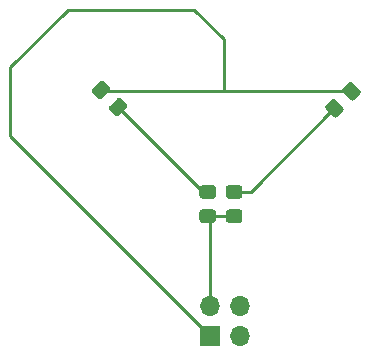
<source format=gbl>
G04 #@! TF.GenerationSoftware,KiCad,Pcbnew,5.1.6-c6e7f7d~87~ubuntu18.04.1*
G04 #@! TF.CreationDate,2020-07-20T20:37:32+02:00*
G04 #@! TF.ProjectId,cat-demo,6361742d-6465-46d6-9f2e-6b696361645f,rev?*
G04 #@! TF.SameCoordinates,Original*
G04 #@! TF.FileFunction,Copper,L2,Bot*
G04 #@! TF.FilePolarity,Positive*
%FSLAX46Y46*%
G04 Gerber Fmt 4.6, Leading zero omitted, Abs format (unit mm)*
G04 Created by KiCad (PCBNEW 5.1.6-c6e7f7d~87~ubuntu18.04.1) date 2020-07-20 20:37:32*
%MOMM*%
%LPD*%
G01*
G04 APERTURE LIST*
G04 #@! TA.AperFunction,ComponentPad*
%ADD10O,1.700000X1.700000*%
G04 #@! TD*
G04 #@! TA.AperFunction,ComponentPad*
%ADD11R,1.700000X1.700000*%
G04 #@! TD*
G04 #@! TA.AperFunction,Conductor*
%ADD12C,0.250000*%
G04 #@! TD*
G04 APERTURE END LIST*
G04 #@! TA.AperFunction,SMDPad,CuDef*
G36*
G01*
X131859999Y-83765000D02*
X132760001Y-83765000D01*
G75*
G02*
X133010000Y-84014999I0J-249999D01*
G01*
X133010000Y-84665001D01*
G75*
G02*
X132760001Y-84915000I-249999J0D01*
G01*
X131859999Y-84915000D01*
G75*
G02*
X131610000Y-84665001I0J249999D01*
G01*
X131610000Y-84014999D01*
G75*
G02*
X131859999Y-83765000I249999J0D01*
G01*
G37*
G04 #@! TD.AperFunction*
G04 #@! TA.AperFunction,SMDPad,CuDef*
G36*
G01*
X131859999Y-81715000D02*
X132760001Y-81715000D01*
G75*
G02*
X133010000Y-81964999I0J-249999D01*
G01*
X133010000Y-82615001D01*
G75*
G02*
X132760001Y-82865000I-249999J0D01*
G01*
X131859999Y-82865000D01*
G75*
G02*
X131610000Y-82615001I0J249999D01*
G01*
X131610000Y-81964999D01*
G75*
G02*
X131859999Y-81715000I249999J0D01*
G01*
G37*
G04 #@! TD.AperFunction*
G04 #@! TA.AperFunction,SMDPad,CuDef*
G36*
G01*
X129629999Y-83765000D02*
X130530001Y-83765000D01*
G75*
G02*
X130780000Y-84014999I0J-249999D01*
G01*
X130780000Y-84665001D01*
G75*
G02*
X130530001Y-84915000I-249999J0D01*
G01*
X129629999Y-84915000D01*
G75*
G02*
X129380000Y-84665001I0J249999D01*
G01*
X129380000Y-84014999D01*
G75*
G02*
X129629999Y-83765000I249999J0D01*
G01*
G37*
G04 #@! TD.AperFunction*
G04 #@! TA.AperFunction,SMDPad,CuDef*
G36*
G01*
X129629999Y-81715000D02*
X130530001Y-81715000D01*
G75*
G02*
X130780000Y-81964999I0J-249999D01*
G01*
X130780000Y-82615001D01*
G75*
G02*
X130530001Y-82865000I-249999J0D01*
G01*
X129629999Y-82865000D01*
G75*
G02*
X129380000Y-82615001I0J249999D01*
G01*
X129380000Y-81964999D01*
G75*
G02*
X129629999Y-81715000I249999J0D01*
G01*
G37*
G04 #@! TD.AperFunction*
G04 #@! TA.AperFunction,SMDPad,CuDef*
G36*
G01*
X140893604Y-74479999D02*
X141530001Y-75116396D01*
G75*
G02*
X141530001Y-75469948I-176776J-176776D01*
G01*
X141070380Y-75929569D01*
G75*
G02*
X140716828Y-75929569I-176776J176776D01*
G01*
X140080431Y-75293172D01*
G75*
G02*
X140080431Y-74939620I176776J176776D01*
G01*
X140540052Y-74479999D01*
G75*
G02*
X140893604Y-74479999I176776J-176776D01*
G01*
G37*
G04 #@! TD.AperFunction*
G04 #@! TA.AperFunction,SMDPad,CuDef*
G36*
G01*
X142343172Y-73030431D02*
X142979569Y-73666828D01*
G75*
G02*
X142979569Y-74020380I-176776J-176776D01*
G01*
X142519948Y-74480001D01*
G75*
G02*
X142166396Y-74480001I-176776J176776D01*
G01*
X141529999Y-73843604D01*
G75*
G02*
X141529999Y-73490052I176776J176776D01*
G01*
X141989620Y-73030431D01*
G75*
G02*
X142343172Y-73030431I176776J-176776D01*
G01*
G37*
G04 #@! TD.AperFunction*
G04 #@! TA.AperFunction,SMDPad,CuDef*
G36*
G01*
X121764783Y-75021180D02*
X122401180Y-74384783D01*
G75*
G02*
X122754732Y-74384783I176776J-176776D01*
G01*
X123214353Y-74844404D01*
G75*
G02*
X123214353Y-75197956I-176776J-176776D01*
G01*
X122577956Y-75834353D01*
G75*
G02*
X122224404Y-75834353I-176776J176776D01*
G01*
X121764783Y-75374732D01*
G75*
G02*
X121764783Y-75021180I176776J176776D01*
G01*
G37*
G04 #@! TD.AperFunction*
G04 #@! TA.AperFunction,SMDPad,CuDef*
G36*
G01*
X120315215Y-73571612D02*
X120951612Y-72935215D01*
G75*
G02*
X121305164Y-72935215I176776J-176776D01*
G01*
X121764785Y-73394836D01*
G75*
G02*
X121764785Y-73748388I-176776J-176776D01*
G01*
X121128388Y-74384785D01*
G75*
G02*
X120774836Y-74384785I-176776J176776D01*
G01*
X120315215Y-73925164D01*
G75*
G02*
X120315215Y-73571612I176776J176776D01*
G01*
G37*
G04 #@! TD.AperFunction*
D10*
X132840000Y-91985000D03*
X130300000Y-91985000D03*
X132840000Y-94525000D03*
D11*
X130300000Y-94525000D03*
D12*
X129670000Y-82290000D02*
X122489568Y-75109568D01*
X130080000Y-82290000D02*
X129670000Y-82290000D01*
X121040000Y-73670432D02*
X121040000Y-73660000D01*
X120955216Y-73755216D02*
X121040000Y-73670432D01*
X131425216Y-73755216D02*
X131425216Y-69364784D01*
X142254784Y-73755216D02*
X131425216Y-73755216D01*
X131425216Y-73755216D02*
X120955216Y-73755216D01*
X131425216Y-69364784D02*
X128910432Y-66850000D01*
X128910432Y-66850000D02*
X118250000Y-66850000D01*
X118250000Y-66850000D02*
X113360000Y-71740000D01*
X113360000Y-77585000D02*
X130300000Y-94525000D01*
X113360000Y-71740000D02*
X113360000Y-77585000D01*
X133720000Y-82290000D02*
X140805216Y-75204784D01*
X132310000Y-82290000D02*
X133720000Y-82290000D01*
X130300000Y-84560000D02*
X130080000Y-84340000D01*
X130300000Y-91985000D02*
X130300000Y-84560000D01*
X130080000Y-84340000D02*
X132310000Y-84340000D01*
M02*

</source>
